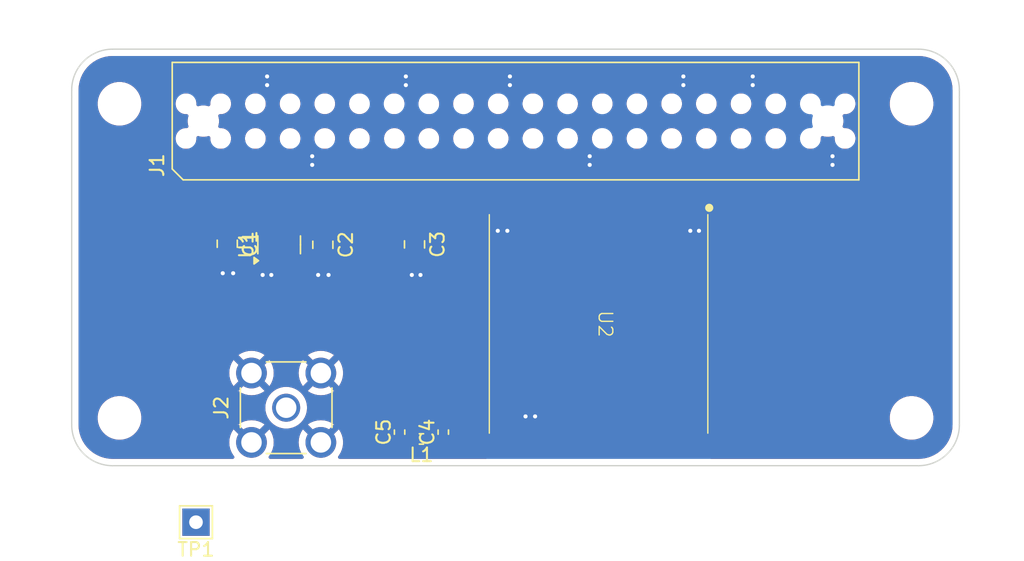
<source format=kicad_pcb>
(kicad_pcb (version 20240108) (generator "pcbnew") (generator_version "8.0")
  (layers (0 "F.Cu" signal) (31 "B.Cu" signal) (34 "B.Paste" user) (35 "F.Paste" user) (36 "B.SilkS" user "B.Silkscreen") (37 "F.SilkS" user "F.Silkscreen") (38 "B.Mask" user) (39 "F.Mask" user) (44 "Edge.Cuts" user))
  (net 0 "")
  (net 3 "GND")
  (net 4 "+5V")
  (net 5 "/BUSY")
  (net 7 "/DIO1")
  (net 11 "/MOSI")
  (net 12 "/MISO")
  (net 13 "/~{CS}")
  (net 16 "/SCLK")
  (net 17 "+3.3VP")
  (net 23 "/~{RESET}")
  (net 24 "Net-(U2-DIO3)")
  (net 38 "/RF_APRES_PI")
  (net 39 "/RF")
  (footprint "MountingHole:MountingHole_2.7mm_M2.5" (layer "F.Cu") (at 108.75 86)
    (property "Reference" "MH1" (hide yes))
    (property "Value" "MountingHole_2.7mm_M2.5" (hide yes))
    (pad "" np_thru_hole circle (at 0 0) (size 2.7 2.7) (drill 2.7) (layers "*.Cu" "*.Mask"))
  )
  (footprint "TestPoint:TestPoint_THTPad_2.0x2.0mm_Drill1.0mm" (layer "F.Cu") (at 114.351 116.637 180)
    (property "Reference" "TP1" (at 0 -1.998 360) (layer "F.SilkS"))
    (property "Value" "TestPoint" (hide yes))
    (fp_line (start 1.2 1.2) (end -1.2 1.2) (stroke (width 0.12)) (layer "F.SilkS"))
    (fp_line (start 1.2 -1.2) (end 1.2 1.2) (stroke (width 0.12)) (layer "F.SilkS"))
    (fp_line (start -1.2 1.2) (end -1.2 -1.2) (stroke (width 0.12)) (layer "F.SilkS"))
    (fp_line (start -1.2 -1.2) (end 1.2 -1.2) (stroke (width 0.12)) (layer "F.SilkS"))
    (pad "1" thru_hole rect (at 0 0 180) (size 2 2) (drill 1) (layers "*.Cu" "*.Mask") (net 24 "Net-(U2-DIO3)"))
  )
  (footprint "Capacitor_SMD:C_0805_2012Metric_Pad1.18x1.45mm_HandSolder" (layer "F.Cu") (at 123.641 96.3235 -90)
    (property "Reference" "C2" (at 0 -1.68 90) (layer "F.SilkS"))
    (property "Value" "C")
    (fp_line (start -0.261252 0.735) (end 0.261252 0.735) (stroke (width 0.12)) (layer "F.SilkS"))
    (fp_line (start -0.261252 -0.735) (end 0.261252 -0.735) (stroke (width 0.12)) (layer "F.SilkS"))
    (pad "1" smd roundrect (at -1.0375 0 270) (size 1.175 1.45) (layers "F.Cu" "F.Paste" "F.Mask") (roundrect_rratio 0.212766) (net 17 "+3.3VP"))
    (pad "2" smd roundrect (at 1.0375 0 270) (size 1.175 1.45) (layers "F.Cu" "F.Paste" "F.Mask") (roundrect_rratio 0.212766) (net 3 "GND"))
  )
  (footprint "ch:Harwin M20-7812045" (layer "F.Cu") (at 137.75 87.27)
    (property "Reference" "J1" (at -26.25 3.23 90) (layer "F.SilkS"))
    (property "Value" "GPIO" (hide yes))
    (fp_line (start -25.14 -4.3) (end 25.14 -4.3) (stroke (width 0.12)) (layer "F.SilkS"))
    (fp_line (start -25.14 3.5) (end -25.14 -4.3) (stroke (width 0.12)) (layer "F.SilkS"))
    (fp_line (start -24.34 4.3) (end -25.14 3.5) (stroke (width 0.12)) (layer "F.SilkS"))
    (fp_line (start 25.14 -4.3) (end 25.14 4.3) (stroke (width 0.12)) (layer "F.SilkS"))
    (fp_line (start 25.14 4.3) (end -24.34 4.3) (stroke (width 0.12)) (layer "F.SilkS"))
    (pad "" np_thru_hole circle (at -24.13 -1.27) (size 1.02 1.02) (drill 1.02) (layers "F&B.Cu"))
    (pad "" np_thru_hole circle (at -24.13 1.27) (size 1.02 1.02) (drill 1.02) (layers "F&B.Cu"))
    (pad "" np_thru_hole circle (at -22.86 0) (size 1.8 1.8) (drill 1.8) (layers "F&B.Cu"))
    (pad "" np_thru_hole circle (at -21.59 -1.27) (size 1.02 1.02) (drill 1.02) (layers "F&B.Cu"))
    (pad "" np_thru_hole circle (at -21.59 1.27) (size 1.02 1.02) (drill 1.02) (layers "F&B.Cu"))
    (pad "" np_thru_hole circle (at -19.05 -1.27) (size 1.02 1.02) (drill 1.02) (layers "F&B.Cu"))
    (pad "" np_thru_hole circle (at -19.05 1.27) (size 1.02 1.02) (drill 1.02) (layers "F&B.Cu"))
    (pad "" np_thru_hole circle (at -16.51 -1.27) (size 1.02 1.02) (drill 1.02) (layers "F&B.Cu"))
    (pad "" np_thru_hole circle (at -16.51 1.27) (size 1.02 1.02) (drill 1.02) (layers "F&B.Cu"))
    (pad "" np_thru_hole circle (at -13.97 -1.27) (size 1.02 1.02) (drill 1.02) (layers "F&B.Cu"))
    (pad "" np_thru_hole circle (at -13.97 1.27) (size 1.02 1.02) (drill 1.02) (layers "F&B.Cu"))
    (pad "" np_thru_hole circle (at -11.43 -1.27) (size 1.02 1.02) (drill 1.02) (layers "F&B.Cu"))
    (pad "" np_thru_hole circle (at -11.43 1.27) (size 1.02 1.02) (drill 1.02) (layers "F&B.Cu"))
    (pad "" np_thru_hole circle (at -8.89 -1.27) (size 1.02 1.02) (drill 1.02) (layers "F&B.Cu"))
    (pad "" np_thru_hole circle (at -8.87 1.27) (size 1.02 1.02) (drill 1.02) (layers "F&B.Cu"))
    (pad "" np_thru_hole circle (at -6.35 -1.27) (size 1.02 1.02) (drill 1.02) (layers "F&B.Cu"))
    (pad "" np_thru_hole circle (at -6.35 1.27) (size 1.02 1.02) (drill 1.02) (layers "F&B.Cu"))
    (pad "" np_thru_hole circle (at -3.81 -1.27) (size 1.02 1.02) (drill 1.02) (layers "F&B.Cu"))
    (pad "" np_thru_hole circle (at -3.81 1.27) (size 1.02 1.02) (drill 1.02) (layers "F&B.Cu"))
    (pad "" np_thru_hole circle (at -1.27 -1.27) (size 1.02 1.02) (drill 1.02) (layers "F&B.Cu"))
    (pad "" np_thru_hole circle (at -1.27 1.27) (size 1.02 1.02) (drill 1.02) (layers "F&B.Cu"))
    (pad "" np_thru_hole circle (at 1.27 -1.27) (size 1.02 1.02) (drill 1.02) (layers "F&B.Cu"))
    (pad "" np_thru_hole circle (at 1.27 1.27) (size 1.02 1.02) (drill 1.02) (layers "F&B.Cu"))
    (pad "" np_thru_hole circle (at 3.81 -1.27) (size 1.02 1.02) (drill 1.02) (layers "F&B.Cu"))
    (pad "" np_thru_hole circle (at 3.81 1.27) (size 1.02 1.02) (drill 1.02) (layers "F&B.Cu"))
    (pad "" np_thru_hole circle (at 6.35 -1.27) (size 1.02 1.02) (drill 1.02) (layers "F&B.Cu"))
    (pad "" np_thru_hole circle (at 6.35 1.27) (size 1.02 1.02) (drill 1.02) (layers "F&B.Cu"))
    (pad "" np_thru_hole circle (at 8.89 -1.27) (size 1.02 1.02) (drill 1.02) (layers "F&B.Cu"))
    (pad "" np_thru_hole circle (at 8.89 1.27) (size 1.02 1.02) (drill 1.02) (layers "F&B.Cu"))
    (pad "" np_thru_hole circle (at 11.43 -1.27) (size 1.02 1.02) (drill 1.02) (layers "F&B.Cu"))
    (pad "" np_thru_hole circle (at 11.43 1.27) (size 1.02 1.02) (drill 1.02) (layers "F&B.Cu"))
    (pad "" np_thru_hole circle (at 13.97 -1.27) (size 1.02 1.02) (drill 1.02) (layers "F&B.Cu"))
    (pad "" np_thru_hole circle (at 13.97 1.27) (size 1.02 1.02) (drill 1.02) (layers "F&B.Cu"))
    (pad "" np_thru_hole circle (at 16.51 -1.27) (size 1.02 1.02) (drill 1.02) (layers "F&B.Cu"))
    (pad "" np_thru_hole circle (at 16.51 1.27) (size 1.02 1.02) (drill 1.02) (layers "F&B.Cu"))
    (pad "" np_thru_hole circle (at 19.05 -1.27) (size 1.02 1.02) (drill 1.02) (layers "F&B.Cu"))
    (pad "" np_thru_hole circle (at 19.05 1.27) (size 1.02 1.02) (drill 1.02) (layers "F&B.Cu"))
    (pad "" np_thru_hole circle (at 21.59 -1.27) (size 1.02 1.02) (drill 1.02) (layers "F&B.Cu"))
    (pad "" np_thru_hole circle (at 21.59 1.27) (size 1.02 1.02) (drill 1.02) (layers "F&B.Cu"))
    (pad "" np_thru_hole circle (at 22.86 0) (size 1.8 1.8) (drill 1.8) (layers "F&B.Cu"))
    (pad "" np_thru_hole circle (at 24.13 -1.27) (size 1.02 1.02) (drill 1.02) (layers "F&B.Cu"))
    (pad "" np_thru_hole circle (at 24.13 1.27) (size 1.02 1.02) (drill 1.02) (layers "F&B.Cu"))
    (pad "1" smd rect (at -24.13 2.91) (size 1.02 1.78) (layers "F.Cu" "F.Paste" "F.Mask"))
    (pad "2" smd rect (at -24.13 -2.91) (size 1.02 1.78) (layers "F.Cu" "F.Paste" "F.Mask") (net 4 "+5V"))
    (pad "3" smd rect (at -21.59 2.91) (size 1.02 1.78) (layers "F.Cu" "F.Paste" "F.Mask"))
    (pad "4" smd rect (at -21.59 -2.91) (size 1.02 1.78) (layers "F.Cu" "F.Paste" "F.Mask") (net 4 "+5V"))
    (pad "5" smd rect (at -19.05 2.91) (size 1.02 1.78) (layers "F.Cu" "F.Paste" "F.Mask"))
    (pad "6" smd rect (at -19.05 -2.91) (size 1.02 1.78) (layers "F.Cu" "F.Paste" "F.Mask") (net 3 "GND"))
    (pad "7" smd rect (at -16.51 2.91) (size 1.02 1.78) (layers "F.Cu" "F.Paste" "F.Mask"))
    (pad "8" smd rect (at -16.51 -2.91) (size 1.02 1.78) (layers "F.Cu" "F.Paste" "F.Mask"))
    (pad "9" smd rect (at -13.97 2.91) (size 1.02 1.78) (layers "F.Cu" "F.Paste" "F.Mask") (net 3 "GND"))
    (pad "10" smd rect (at -13.97 -2.91) (size 1.02 1.78) (layers "F.Cu" "F.Paste" "F.Mask"))
    (pad "11" smd rect (at -11.43 2.91) (size 1.02 1.78) (layers "F.Cu" "F.Paste" "F.Mask"))
    (pad "12" smd rect (at -11.43 -2.91) (size 1.02 1.78) (layers "F.Cu" "F.Paste" "F.Mask") (net 23 "/~{RESET}"))
    (pad "13" smd rect (at -8.89 2.91) (size 1.02 1.78) (layers "F.Cu" "F.Paste" "F.Mask"))
    (pad "14" smd rect (at -8.89 -2.91) (size 1.02 1.78) (layers "F.Cu" "F.Paste" "F.Mask") (net 3 "GND"))
    (pad "15" smd rect (at -6.35 2.91) (size 1.02 1.78) (layers "F.Cu" "F.Paste" "F.Mask"))
    (pad "16" smd rect (at -6.35 -2.91) (size 1.02 1.78) (layers "F.Cu" "F.Paste" "F.Mask"))
    (pad "17" smd rect (at -3.81 2.91) (size 1.02 1.78) (layers "F.Cu" "F.Paste" "F.Mask"))
    (pad "18" smd rect (at -3.81 -2.91) (size 1.02 1.78) (layers "F.Cu" "F.Paste" "F.Mask"))
    (pad "19" smd rect (at -1.27 2.91) (size 1.02 1.78) (layers "F.Cu" "F.Paste" "F.Mask") (net 11 "/MOSI"))
    (pad "20" smd rect (at -1.27 -2.91) (size 1.02 1.78) (layers "F.Cu" "F.Paste" "F.Mask") (net 3 "GND"))
    (pad "21" smd rect (at 1.27 2.91) (size 1.02 1.78) (layers "F.Cu" "F.Paste" "F.Mask") (net 12 "/MISO"))
    (pad "22" smd rect (at 1.27 -2.91) (size 1.02 1.78) (layers "F.Cu" "F.Paste" "F.Mask"))
    (pad "23" smd rect (at 3.81 2.91) (size 1.02 1.78) (layers "F.Cu" "F.Paste" "F.Mask") (net 16 "/SCLK"))
    (pad "24" smd rect (at 3.81 -2.91) (size 1.02 1.78) (layers "F.Cu" "F.Paste" "F.Mask"))
    (pad "25" smd rect (at 6.35 2.91) (size 1.02 1.78) (layers "F.Cu" "F.Paste" "F.Mask") (net 3 "GND"))
    (pad "26" smd rect (at 6.35 -2.91) (size 1.02 1.78) (layers "F.Cu" "F.Paste" "F.Mask"))
    (pad "27" smd rect (at 8.89 2.91) (size 1.02 1.78) (layers "F.Cu" "F.Paste" "F.Mask"))
    (pad "28" smd rect (at 8.89 -2.91) (size 1.02 1.78) (layers "F.Cu" "F.Paste" "F.Mask"))
    (pad "29" smd rect (at 11.43 2.91) (size 1.02 1.78) (layers "F.Cu" "F.Paste" "F.Mask"))
    (pad "30" smd rect (at 11.43 -2.91) (size 1.02 1.78) (layers "F.Cu" "F.Paste" "F.Mask") (net 3 "GND"))
    (pad "31" smd rect (at 13.97 2.91) (size 1.02 1.78) (layers "F.Cu" "F.Paste" "F.Mask"))
    (pad "32" smd rect (at 13.97 -2.91) (size 1.02 1.78) (layers "F.Cu" "F.Paste" "F.Mask"))
    (pad "33" smd rect (at 16.51 2.91) (size 1.02 1.78) (layers "F.Cu" "F.Paste" "F.Mask"))
    (pad "34" smd rect (at 16.51 -2.91) (size 1.02 1.78) (layers "F.Cu" "F.Paste" "F.Mask") (net 3 "GND"))
    (pad "35" smd rect (at 19.05 2.91) (size 1.02 1.78) (layers "F.Cu" "F.Paste" "F.Mask"))
    (pad "36" smd rect (at 19.05 -2.91) (size 1.02 1.78) (layers "F.Cu" "F.Paste" "F.Mask") (net 7 "/DIO1"))
    (pad "37" smd rect (at 21.59 2.91) (size 1.02 1.78) (layers "F.Cu" "F.Paste" "F.Mask"))
    (pad "38" smd rect (at 21.59 -2.91) (size 1.02 1.78) (layers "F.Cu" "F.Paste" "F.Mask") (net 5 "/BUSY"))
    (pad "39" smd rect (at 24.13 2.91) (size 1.02 1.78) (layers "F.Cu" "F.Paste" "F.Mask") (net 3 "GND"))
    (pad "40" smd rect (at 24.13 -2.91) (size 1.02 1.78) (layers "F.Cu" "F.Paste" "F.Mask") (net 13 "/~{CS}"))
  )
  (footprint "Capacitor_SMD:C_0805_2012Metric_Pad1.18x1.45mm_HandSolder" (layer "F.Cu") (at 116.641 96.2485 -90)
    (property "Reference" "C1" (at 0 -1.68 90) (layer "F.SilkS"))
    (property "Value" "C")
    (fp_line (start -0.261252 0.735) (end 0.261252 0.735) (stroke (width 0.12)) (layer "F.SilkS"))
    (fp_line (start -0.261252 -0.735) (end 0.261252 -0.735) (stroke (width 0.12)) (layer "F.SilkS"))
    (pad "1" smd roundrect (at -1.0375 0 270) (size 1.175 1.45) (layers "F.Cu" "F.Paste" "F.Mask") (roundrect_rratio 0.212766) (net 4 "+5V"))
    (pad "2" smd roundrect (at 1.0375 0 270) (size 1.175 1.45) (layers "F.Cu" "F.Paste" "F.Mask") (roundrect_rratio 0.212766) (net 3 "GND"))
  )
  (footprint "MountingHole:MountingHole_2.7mm_M2.5" (layer "F.Cu") (at 166.75 109)
    (property "Reference" "MH4" (hide yes))
    (property "Value" "MountingHole_2.7mm_M2.5" (hide yes))
    (pad "" np_thru_hole circle (at 0 0) (size 2.7 2.7) (drill 2.7) (layers "*.Cu" "*.Mask"))
  )
  (footprint "Resistor_SMD:R_0402_1005Metric" (layer "F.Cu") (at 129.259 110.041 90)
    (property "Reference" "C5" (at 0 -1.17 90) (layer "F.SilkS"))
    (property "Value" "DNI")
    (fp_line (start -0.153641 -0.38) (end 0.153641 -0.38) (stroke (width 0.12)) (layer "F.SilkS"))
    (fp_line (start -0.153641 0.38) (end 0.153641 0.38) (stroke (width 0.12)) (layer "F.SilkS"))
    (pad "1" smd roundrect (at -0.51 0 90) (size 0.54 0.64) (layers "F.Cu" "F.Paste" "F.Mask") (net 39 "/RF"))
    (pad "2" smd roundrect (at 0.51 0 90) (size 0.54 0.64) (layers "F.Cu" "F.Paste" "F.Mask") (net 3 "GND"))
  )
  (footprint "ch:G-Nice_RF_LoRa1262-915" (layer "F.Cu") (at 143.83 102.118 -90)
    (property "Reference" "U2" (at 0 -0.5 -90) (layer "F.SilkS") (effects (font (thickness 0.1))))
    (property "Value" "LoRa1262-915")
    (fp_line (start -8 8) (end 8 8) (stroke (width 0.1)) (layer "F.SilkS"))
    (fp_line (start -8 -8) (end 8 -8) (stroke (width 0.1)) (layer "F.SilkS"))
    (fp_circle (center -8.5 -8.1) (end -8.25 -8.1) (stroke (width 0.1)) (fill solid) (layer "F.SilkS"))
    (pad "1" smd roundrect (at -8.5 -7 270) (size 2.286 1.524) (layers "F.Cu" "F.Paste" "F.Mask") (net 3 "GND"))
    (pad "2" smd roundrect (at -8.5 -5 270) (size 2.286 1.524) (layers "F.Cu" "F.Paste" "F.Mask") (net 12 "/MISO"))
    (pad "3" smd roundrect (at -8.5 -3 270) (size 2.286 1.524) (layers "F.Cu" "F.Paste" "F.Mask"))
    (pad "4" smd roundrect (at -8.5 -1 270) (size 2.286 1.524) (layers "F.Cu" "F.Paste" "F.Mask") (net 16 "/SCLK"))
    (pad "5" smd roundrect (at -8.5 1 270) (size 2.286 1.524) (layers "F.Cu" "F.Paste" "F.Mask") (net 13 "/~{CS}"))
    (pad "6" smd roundrect (at -8.5 3 270) (size 2.286 1.524) (layers "F.Cu" "F.Paste" "F.Mask") (net 23 "/~{RESET}"))
    (pad "7" smd roundrect (at -8.5 5 270) (size 2.286 1.524) (layers "F.Cu" "F.Paste" "F.Mask"))
    (pad "8" smd roundrect (at -8.5 7 270) (size 2.286 1.524) (layers "F.Cu" "F.Paste" "F.Mask") (net 3 "GND"))
    (pad "9" smd roundrect (at 8.5 7 270) (size 2.286 1.524) (layers "F.Cu" "F.Paste" "F.Mask") (net 38 "/RF_APRES_PI"))
    (pad "10" smd roundrect (at 8.5 5 270) (size 2.286 1.524) (layers "F.Cu" "F.Paste" "F.Mask") (net 3 "GND"))
    (pad "11" smd roundrect (at 8.5 3 270) (size 2.286 1.524) (layers "F.Cu" "F.Paste" "F.Mask") (net 24 "Net-(U2-DIO3)"))
    (pad "12" smd roundrect (at 8.5 1 270) (size 2.286 1.524) (layers "F.Cu" "F.Paste" "F.Mask"))
    (pad "13" smd roundrect (at 8.5 -1 270) (size 2.286 1.524) (layers "F.Cu" "F.Paste" "F.Mask") (net 17 "+3.3VP"))
    (pad "14" smd roundrect (at 8.5 -3 270) (size 2.286 1.524) (layers "F.Cu" "F.Paste" "F.Mask"))
    (pad "15" smd roundrect (at 8.5 -5 270) (size 2.286 1.524) (layers "F.Cu" "F.Paste" "F.Mask"))
    (pad "16" smd roundrect (at 8.5 -7 270) (size 2.286 1.524) (layers "F.Cu" "F.Paste" "F.Mask") (net 5 "/BUSY"))
  )
  (footprint "Resistor_SMD:R_0402_1005Metric" (layer "F.Cu") (at 132.459 110.041 90)
    (property "Reference" "C4" (at 0 -1.17 90) (layer "F.SilkS"))
    (property "Value" "DNI")
    (fp_line (start -0.153641 -0.38) (end 0.153641 -0.38) (stroke (width 0.12)) (layer "F.SilkS"))
    (fp_line (start -0.153641 0.38) (end 0.153641 0.38) (stroke (width 0.12)) (layer "F.SilkS"))
    (pad "1" smd roundrect (at -0.51 0 90) (size 0.54 0.64) (layers "F.Cu" "F.Paste" "F.Mask") (net 38 "/RF_APRES_PI"))
    (pad "2" smd roundrect (at 0.51 0 90) (size 0.54 0.64) (layers "F.Cu" "F.Paste" "F.Mask") (net 3 "GND"))
  )
  (footprint "ch:SMA_Molex-73391-0070_Vertical" (layer "F.Cu") (at 120.955 108.255 90)
    (property "Reference" "J2" (at 0 -4.75 90) (layer "F.SilkS"))
    (property "Value" "Conn_Coaxial")
    (fp_line (start -1.45 -3.355) (end 1.45 -3.355) (stroke (width 0.12)) (layer "F.SilkS"))
    (fp_line (start 3.355 -1.45) (end 3.355 1.45) (stroke (width 0.12)) (layer "F.SilkS"))
    (fp_line (start -3.355 -1.45) (end -3.355 1.45) (stroke (width 0.12)) (layer "F.SilkS"))
    (fp_line (start -1.45 3.355) (end 1.45 3.355) (stroke (width 0.12)) (layer "F.SilkS"))
    (pad "1" thru_hole circle (at 0 0 90) (size 2.05 2.05) (drill 1.5) (layers "*.Cu" "*.Mask") (net 39 "/RF"))
    (pad "2" thru_hole circle (at -2.54 -2.54 90) (size 2.25 2.25) (drill 1.5) (layers "*.Cu" "*.Mask") (net 3 "GND"))
    (pad "2" thru_hole circle (at -2.54 2.54 90) (size 2.25 2.25) (drill 1.5) (layers "*.Cu" "*.Mask") (net 3 "GND"))
    (pad "2" thru_hole circle (at 2.54 -2.54 90) (size 2.25 2.25) (drill 1.5) (layers "*.Cu" "*.Mask") (net 3 "GND"))
    (pad "2" thru_hole circle (at 2.54 2.54 90) (size 2.25 2.25) (drill 1.5) (layers "*.Cu" "*.Mask") (net 3 "GND"))
  )
  (footprint "Package_TO_SOT_SMD:SOT-23" (layer "F.Cu") (at 120.441 96.326 90)
    (property "Reference" "U1" (at 0 -2.4 90) (layer "F.SilkS"))
    (property "Value" "TPS7A0533PDBZ")
    (fp_line (start 0 -1.56) (end 0.65 -1.56) (stroke (width 0.12)) (layer "F.SilkS"))
    (fp_line (start 0 -1.56) (end -0.65 -1.56) (stroke (width 0.12)) (layer "F.SilkS"))
    (fp_line (start 0 1.56) (end 0.65 1.56) (stroke (width 0.12)) (layer "F.SilkS"))
    (fp_line (start 0 1.56) (end -0.65 1.56) (stroke (width 0.12)) (layer "F.SilkS"))
    (fp_poly (pts (xy -1.1625 -1.51) (xy -1.4025 -1.84) (xy -0.9225 -1.84) (xy -1.1625 -1.51)) (stroke (width 0.12)) (fill solid) (layer "F.SilkS"))
    (pad "1" smd roundrect (at -0.9375 -0.95 90) (size 1.475 0.6) (layers "F.Cu" "F.Paste" "F.Mask") (net 3 "GND"))
    (pad "2" smd roundrect (at -0.9375 0.95 90) (size 1.475 0.6) (layers "F.Cu" "F.Paste" "F.Mask") (net 17 "+3.3VP"))
    (pad "3" smd roundrect (at 0.9375 0 90) (size 1.475 0.6) (layers "F.Cu" "F.Paste" "F.Mask") (net 4 "+5V"))
  )
  (footprint "Resistor_SMD:R_0402_1005Metric" (layer "F.Cu") (at 130.859 110.541 180)
    (property "Reference" "L1" (at 0 -1.17 360) (layer "F.SilkS"))
    (property "Value" "0R")
    (fp_line (start -0.153641 0.38) (end 0.153641 0.38) (stroke (width 0.12)) (layer "F.SilkS"))
    (fp_line (start -0.153641 -0.38) (end 0.153641 -0.38) (stroke (width 0.12)) (layer "F.SilkS"))
    (pad "1" smd roundrect (at -0.51 0 180) (size 0.54 0.64) (layers "F.Cu" "F.Paste" "F.Mask") (net 38 "/RF_APRES_PI"))
    (pad "2" smd roundrect (at 0.51 0 180) (size 0.54 0.64) (layers "F.Cu" "F.Paste" "F.Mask") (net 39 "/RF"))
  )
  (footprint "MountingHole:MountingHole_2.7mm_M2.5" (layer "F.Cu") (at 166.75 86)
    (property "Reference" "MH2" (hide yes))
    (property "Value" "MountingHole_2.7mm_M2.5" (hide yes))
    (pad "" np_thru_hole circle (at 0 0) (size 2.7 2.7) (drill 2.7) (layers "*.Cu" "*.Mask"))
  )
  (footprint "Capacitor_SMD:C_0805_2012Metric_Pad1.18x1.45mm_HandSolder" (layer "F.Cu") (at 130.353 96.2955 -90)
    (property "Reference" "C3" (at 0 -1.68 90) (layer "F.SilkS"))
    (property "Value" "C")
    (fp_line (start -0.261252 0.735) (end 0.261252 0.735) (stroke (width 0.12)) (layer "F.SilkS"))
    (fp_line (start -0.261252 -0.735) (end 0.261252 -0.735) (stroke (width 0.12)) (layer "F.SilkS"))
    (pad "1" smd roundrect (at -1.0375 0 270) (size 1.175 1.45) (layers "F.Cu" "F.Paste" "F.Mask") (roundrect_rratio 0.212766) (net 17 "+3.3VP"))
    (pad "2" smd roundrect (at 1.0375 0 270) (size 1.175 1.45) (layers "F.Cu" "F.Paste" "F.Mask") (roundrect_rratio 0.212766) (net 3 "GND"))
  )
  (footprint "MountingHole:MountingHole_2.7mm_M2.5" (layer "F.Cu") (at 108.75 109)
    (property "Reference" "MH3" (hide yes))
    (property "Value" "MountingHole_2.7mm_M2.5" (hide yes))
    (pad "" np_thru_hole circle (at 0 0) (size 2.7 2.7) (drill 2.7) (layers "*.Cu" "*.Mask"))
  )
  (gr_arc (start 170.25 109.5) (mid 169.37132 111.62132) (end 167.25 112.5) (stroke (width 0.1)) (layer "Edge.Cuts"))
  (gr_line (start 170.25 109.5) (end 170.25 85.5) (stroke (width 0.1)) (layer "Edge.Cuts"))
  (gr_line (start 105.25 85.5) (end 105.25 109.5) (stroke (width 0.1)) (layer "Edge.Cuts"))
  (gr_arc (start 167.25 82) (mid 169.37132 82.87868) (end 170.25 85) (stroke (width 0.1)) (layer "Edge.Cuts"))
  (gr_line (start 167.25 82) (end 108.25 82) (stroke (width 0.1)) (layer "Edge.Cuts"))
  (gr_arc (start 108.25 112.5) (mid 106.12868 111.62132) (end 105.25 109.5) (stroke (width 0.1)) (layer "Edge.Cuts"))
  (gr_line (start 105.25 85.5) (end 105.25 85) (stroke (width 0.1)) (layer "Edge.Cuts"))
  (gr_line (start 170.25 85.5) (end 170.25 85) (stroke (width 0.1)) (layer "Edge.Cuts"))
  (gr_arc (start 105.25 85) (mid 106.12868 82.87868) (end 108.25 82) (stroke (width 0.1)) (layer "Edge.Cuts"))
  (gr_line (start 108.25 112.5) (end 167.25 112.5) (stroke (width 0.1)) (layer "Edge.Cuts"))
  (segment (start 119.867 98.5335) (end 119.867 98.1575) (width 0.2) (layer "F.Cu") (net 3))
  (segment (start 119.232 97.5225) (end 119.491 97.2635) (width 0.2) (layer "F.Cu") (net 3))
  (segment (start 136.449 95.301) (end 136.449 93.999) (width 0.2) (layer "F.Cu") (net 3))
  (segment (start 130.154 98.5335) (end 130.154 97.532) (width 0.2) (layer "F.Cu") (net 3))
  (segment (start 160.96 90.475) (end 161.585 90.475) (width 0.2) (layer "F.Cu") (net 3))
  (segment (start 137.338 83.998) (end 136.842 83.998) (width 0.2) (layer "F.Cu") (net 3))
  (segment (start 149.542 83.998) (end 149.18 84.36) (width 0.2) (layer "F.Cu") (net 3))
  (segment (start 117.073 97.718) (end 116.641 97.286) (width 0.2) (layer "F.Cu") (net 3))
  (segment (start 143.18 89.84) (end 143.76 89.84) (width 0.2) (layer "F.Cu") (net 3))
  (segment (start 150.546 93.902) (end 150.83 93.618) (width 0.2) (layer "F.Cu") (net 3))
  (segment (start 123.44 89.84) (end 123.78 90.18) (width 0.2) (layer "F.Cu") (net 3))
  (segment (start 138.481 108.89) (end 138.481 110.269) (width 0.2) (layer "F.Cu") (net 3))
  (segment (start 143.805 90.475) (end 144.1 90.18) (width 0.2) (layer "F.Cu") (net 3))
  (segment (start 129.133 84.633) (end 128.86 84.36) (width 0.2) (layer "F.Cu") (net 3))
  (segment (start 123.485 90.475) (end 123.78 90.18) (width 0.2) (layer "F.Cu") (net 3))
  (segment (start 130.154 97.532) (end 130.353 97.333) (width 0.2) (layer "F.Cu") (net 3))
  (segment (start 136.842 83.998) (end 136.48 84.36) (width 0.2) (layer "F.Cu") (net 3))
  (segment (start 116.311 98.4065) (end 116.311 97.616) (width 0.2) (layer "F.Cu") (net 3))
  (segment (start 151.181 95.301) (end 151.181 93.969) (width 0.2) (layer "F.Cu") (net 3))
  (segment (start 122.86 89.84) (end 123.44 89.84) (width 0.2) (layer "F.Cu") (net 3))
  (segment (start 130.789 98.5335) (end 130.789 97.769) (width 0.2) (layer "F.Cu") (net 3))
  (segment (start 136.449 93.999) (end 136.83 93.618) (width 0.2) (layer "F.Cu") (net 3))
  (segment (start 119.558 84.633) (end 118.973 84.633) (width 0.2) (layer "F.Cu") (net 3))
  (segment (start 119.232 98.5335) (end 119.232 97.5225) (width 0.2) (layer "F.Cu") (net 3))
  (segment (start 117.073 98.4065) (end 117.073 97.718) (width 0.2) (layer "F.Cu") (net 3))
  (segment (start 143.76 89.84) (end 144.1 90.18) (width 0.2) (layer "F.Cu") (net 3))
  (segment (start 150.038 84.633) (end 149.453 84.633) (width 0.2) (layer "F.Cu") (net 3))
  (segment (start 124.058 98.5335) (end 124.058 97.778) (width 0.2) (layer "F.Cu") (net 3))
  (segment (start 137.338 84.633) (end 136.753 84.633) (width 0.2) (layer "F.Cu") (net 3))
  (segment (start 155.118 84.633) (end 154.533 84.633) (width 0.2) (layer "F.Cu") (net 3))
  (segment (start 129.222 83.998) (end 128.86 84.36) (width 0.2) (layer "F.Cu") (net 3))
  (segment (start 154.622 83.998) (end 154.26 84.36) (width 0.2) (layer "F.Cu") (net 3))
  (segment (start 149.453 84.633) (end 149.18 84.36) (width 0.2) (layer "F.Cu") (net 3))
  (segment (start 161.54 89.84) (end 161.88 90.18) (width 0.2) (layer "F.Cu") (net 3))
  (segment (start 150.038 83.998) (end 149.542 83.998) (width 0.2) (layer "F.Cu") (net 3))
  (segment (start 139.181003 110.266997) (end 138.83 110.618) (width 0.2) (layer "F.Cu") (net 3))
  (segment (start 150.546 95.301) (end 150.546 93.902) (width 0.2) (layer "F.Cu") (net 3))
  (segment (start 123.296 97.706) (end 123.641 97.361) (width 0.2) (layer "F.Cu") (net 3))
  (segment (start 137.149003 93.937003) (end 136.83 93.618) (width 0.2) (layer "F.Cu") (net 3))
  (segment (start 119.867 98.1575) (end 119.232 97.5225) (width 0.2) (layer "F.Cu") (net 3))
  (segment (start 143.18 90.475) (end 143.805 90.475) (width 0.2) (layer "F.Cu") (net 3))
  (segment (start 160.96 89.84) (end 161.54 89.84) (width 0.2) (layer "F.Cu") (net 3))
  (segment (start 122.86 90.475) (end 123.485 90.475) (width 0.2) (layer "F.Cu") (net 3))
  (segment (start 116.311 97.616) (end 116.641 97.286) (width 0.2) (layer "F.Cu") (net 3))
  (segment (start 137.149003 95.301) (end 137.149003 93.937003) (width 0.2) (layer "F.Cu") (net 3))
  (segment (start 129.718 83.998) (end 129.222 83.998) (width 0.2) (layer "F.Cu") (net 3))
  (segment (start 138.481 110.269) (end 138.83 110.618) (width 0.2) (layer "F.Cu") (net 3))
  (segment (start 139.181003 108.89) (end 139.181003 110.266997) (width 0.2) (layer "F.Cu") (net 3))
  (segment (start 154.533 84.633) (end 154.26 84.36) (width 0.2) (layer "F.Cu") (net 3))
  (segment (start 155.118 83.998) (end 154.622 83.998) (width 0.2) (layer "F.Cu") (net 3))
  (segment (start 151.181 93.969) (end 150.83 93.618) (width 0.2) (layer "F.Cu") (net 3))
  (segment (start 118.973 84.633) (end 118.7 84.36) (width 0.2) (layer "F.Cu") (net 3))
  (segment (start 136.753 84.633) (end 136.48 84.36) (width 0.2) (layer "F.Cu") (net 3))
  (segment (start 124.058 97.778) (end 123.641 97.361) (width 0.2) (layer "F.Cu") (net 3))
  (segment (start 119.062 83.998) (end 118.7 84.36) (width 0.2) (layer "F.Cu") (net 3))
  (segment (start 161.585 90.475) (end 161.88 90.18) (width 0.2) (layer "F.Cu") (net 3))
  (segment (start 129.718 84.633) (end 129.133 84.633) (width 0.2) (layer "F.Cu") (net 3))
  (segment (start 119.558 83.998) (end 119.062 83.998) (width 0.2) (layer "F.Cu") (net 3))
  (segment (start 130.789 97.769) (end 130.353 97.333) (width 0.2) (layer "F.Cu") (net 3))
  (segment (start 123.296 98.5335) (end 123.296 97.706) (width 0.2) (layer "F.Cu") (net 3))
  (via (at 160.96 89.84) (size 0.6) (drill 0.3) (layers "F.Cu" "B.Cu") (net 3))
  (via (at 119.558 83.998) (size 0.6) (drill 0.3) (layers "F.Cu" "B.Cu") (net 3))
  (via (at 119.232 98.5335) (size 0.6) (drill 0.3) (layers "F.Cu" "B.Cu") (net 3))
  (via (at 137.338 83.998) (size 0.6) (drill 0.3) (layers "F.Cu" "B.Cu") (net 3))
  (via (at 151.181 95.301) (size 0.6) (drill 0.3) (layers "F.Cu" "B.Cu") (net 3))
  (via (at 137.149003 95.301) (size 0.6) (drill 0.3) (layers "F.Cu" "B.Cu") (net 3))
  (via (at 143.18 89.84) (size 0.6) (drill 0.3) (layers "F.Cu" "B.Cu") (net 3))
  (via (at 138.481 108.89) (size 0.6) (drill 0.3) (layers "F.Cu" "B.Cu") (net 3))
  (via (at 139.181003 108.89) (size 0.6) (drill 0.3) (layers "F.Cu" "B.Cu") (net 3))
  (via (at 143.18 90.475) (size 0.6) (drill 0.3) (layers "F.Cu" "B.Cu") (net 3))
  (via (at 150.546 95.301) (size 0.6) (drill 0.3) (layers "F.Cu" "B.Cu") (net 3))
  (via (at 129.718 84.633) (size 0.6) (drill 0.3) (layers "F.Cu" "B.Cu") (net 3))
  (via (at 123.296 98.5335) (size 0.6) (drill 0.3) (layers "F.Cu" "B.Cu") (net 3))
  (via (at 124.058 98.5335) (size 0.6) (drill 0.3) (layers "F.Cu" "B.Cu") (net 3))
  (via (at 119.867 98.5335) (size 0.6) (drill 0.3) (layers "F.Cu" "B.Cu") (net 3))
  (via (at 136.449 95.301) (size 0.6) (drill 0.3) (layers "F.Cu" "B.Cu") (net 3))
  (via (at 150.038 83.998) (size 0.6) (drill 0.3) (layers "F.Cu" "B.Cu") (net 3))
  (via (at 122.86 89.84) (size 0.6) (drill 0.3) (layers "F.Cu" "B.Cu") (net 3))
  (via (at 150.038 84.633) (size 0.6) (drill 0.3) (layers "F.Cu" "B.Cu") (net 3))
  (via (at 160.96 90.475) (size 0.6) (drill 0.3) (layers "F.Cu" "B.Cu") (net 3))
  (via (at 116.311 98.4065) (size 0.6) (drill 0.3) (layers "F.Cu" "B.Cu") (net 3))
  (via (at 155.118 83.998) (size 0.6) (drill 0.3) (layers "F.Cu" "B.Cu") (net 3))
  (via (at 130.789 98.5335) (size 0.6) (drill 0.3) (layers "F.Cu" "B.Cu") (net 3))
  (via (at 137.338 84.633) (size 0.6) (drill 0.3) (layers "F.Cu" "B.Cu") (net 3))
  (via (at 130.154 98.5335) (size 0.6) (drill 0.3) (layers "F.Cu" "B.Cu") (net 3))
  (via (at 122.86 90.475) (size 0.6) (drill 0.3) (layers "F.Cu" "B.Cu") (net 3))
  (via (at 117.073 98.4065) (size 0.6) (drill 0.3) (layers "F.Cu" "B.Cu") (net 3))
  (via (at 119.558 84.633) (size 0.6) (drill 0.3) (layers "F.Cu" "B.Cu") (net 3))
  (via (at 129.718 83.998) (size 0.6) (drill 0.3) (layers "F.Cu" "B.Cu") (net 3))
  (via (at 155.118 84.633) (size 0.6) (drill 0.3) (layers "F.Cu" "B.Cu") (net 3))
  (segment (start 158.439 103.009) (end 150.83 110.618) (width 0.2) (layer "F.Cu") (net 5))
  (segment (start 159.34 84.36) (end 158.439 85.261) (width 0.2) (layer "F.Cu") (net 5))
  (segment (start 158.439 85.261) (end 158.439 103.009) (width 0.2) (layer "F.Cu") (net 5))
  (segment (start 139.02 90.18) (end 139.02 89.8) (width 0.2) (layer "F.Cu") (net 12))
  (segment (start 148.37 93.158) (end 148.83 93.618) (width 0.2) (layer "F.Cu") (net 12))
  (segment (start 146.743224 87.427) (end 148.37 89.053776) (width 0.2) (layer "F.Cu") (net 12))
  (segment (start 139.02 89.8) (end 141.393 87.427) (width 0.2) (layer "F.Cu") (net 12))
  (segment (start 148.37 89.053776) (end 148.37 93.158) (width 0.2) (layer "F.Cu") (net 12))
  (segment (start 141.393 87.427) (end 146.743224 87.427) (width 0.2) (layer "F.Cu") (net 12))
  (segment (start 158.039 90.941) (end 158.039 83.661) (width 0.2) (layer "F.Cu") (net 13))
  (segment (start 142.83 93.618) (end 142.83 94.761) (width 0.2) (layer "F.Cu") (net 13))
  (segment (start 158.039 83.661) (end 158.53 83.17) (width 0.2) (layer "F.Cu") (net 13))
  (segment (start 142.83 94.761) (end 143.97 95.901) (width 0.2) (layer "F.Cu") (net 13))
  (segment (start 143.97 95.901) (end 153.079 95.901) (width 0.2) (layer "F.Cu") (net 13))
  (segment (start 160.69 83.17) (end 161.88 84.36) (width 0.2) (layer "F.Cu") (net 13))
  (segment (start 153.079 95.901) (end 158.039 90.941) (width 0.2) (layer "F.Cu") (net 13))
  (segment (start 158.53 83.17) (end 160.69 83.17) (width 0.2) (layer "F.Cu") (net 13))
  (segment (start 141.56 90.18) (end 144.83 93.45) (width 0.2) (layer "F.Cu") (net 16))
  (segment (start 144.83 93.45) (end 144.83 93.618) (width 0.2) (layer "F.Cu") (net 16))
  (segment (start 135.566 88.949776) (end 133.476224 86.86) (width 0.2) (layer "F.Cu") (net 23))
  (segment (start 140.83 93.51192) (end 138.68808 91.37) (width 0.2) (layer "F.Cu") (net 23))
  (segment (start 126.32 84.676224) (end 126.32 84.36) (width 0.2) (layer "F.Cu") (net 23))
  (segment (start 128.503776 86.86) (end 126.32 84.676224) (width 0.2) (layer "F.Cu") (net 23))
  (segment (start 138.68808 91.37) (end 135.566 91.37) (width 0.2) (layer "F.Cu") (net 23))
  (segment (start 135.566 91.37) (end 135.566 88.949776) (width 0.2) (layer "F.Cu") (net 23))
  (segment (start 140.83 93.618) (end 140.83 93.51192) (width 0.2) (layer "F.Cu") (net 23))
  (segment (start 133.476224 86.86) (end 128.503776 86.86) (width 0.2) (layer "F.Cu") (net 23))
  (zone (net 3) (net_name "GND") (layers "F&B.Cu") (connect_pads (clearance 0.5)) (min_thickness 0.25) (fill yes (thermal_gap 0.5) (thermal_bridge_width 0.5))
    (polygon (pts (xy 100 78.4) (xy 175 78.4) (xy 175 117.5) (xy 100 117.5)))
  )
)
</source>
